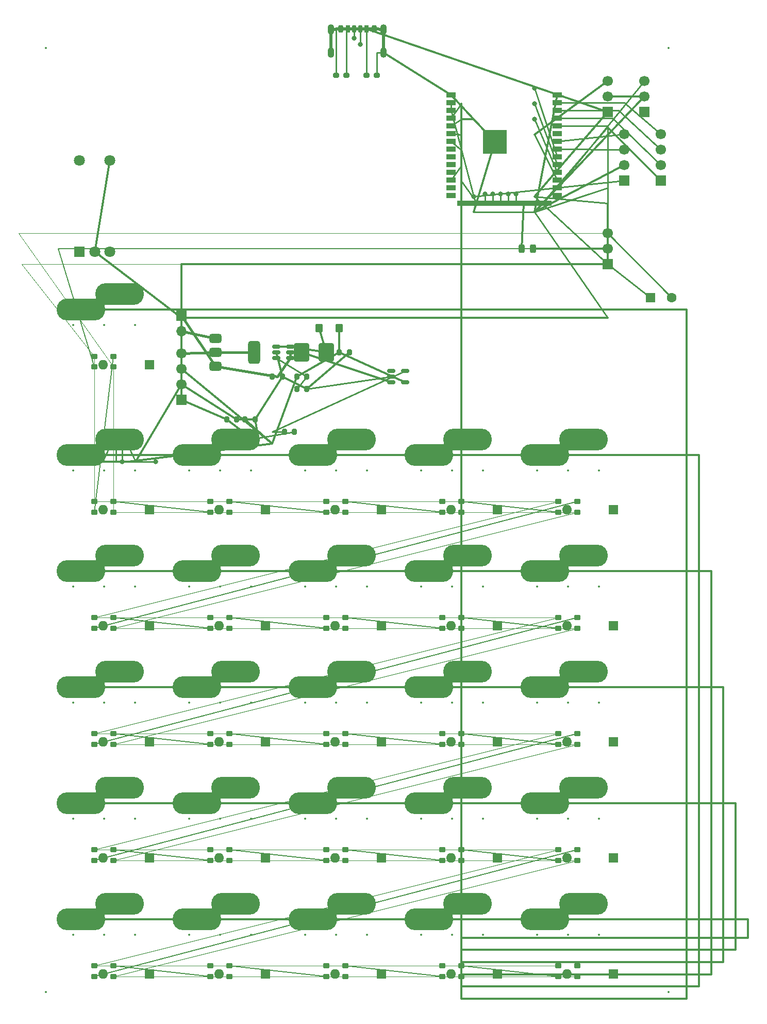
<source format=gbr>
%TF.GenerationSoftware,KiCad,Pcbnew,9.0.7*%
%TF.CreationDate,2026-03-01T07:38:40-05:00*%
%TF.ProjectId,Macropad,4d616372-6f70-4616-942e-6b696361645f,rev?*%
%TF.SameCoordinates,Original*%
%TF.FileFunction,Copper,L1,Top*%
%TF.FilePolarity,Positive*%
%FSLAX46Y46*%
G04 Gerber Fmt 4.6, Leading zero omitted, Abs format (unit mm)*
G04 Created by KiCad (PCBNEW 9.0.7) date 2026-03-01 07:38:40*
%MOMM*%
%LPD*%
G01*
G04 APERTURE LIST*
G04 Aperture macros list*
%AMRoundRect*
0 Rectangle with rounded corners*
0 $1 Rounding radius*
0 $2 $3 $4 $5 $6 $7 $8 $9 X,Y pos of 4 corners*
0 Add a 4 corners polygon primitive as box body*
4,1,4,$2,$3,$4,$5,$6,$7,$8,$9,$2,$3,0*
0 Add four circle primitives for the rounded corners*
1,1,$1+$1,$2,$3*
1,1,$1+$1,$4,$5*
1,1,$1+$1,$6,$7*
1,1,$1+$1,$8,$9*
0 Add four rect primitives between the rounded corners*
20,1,$1+$1,$2,$3,$4,$5,0*
20,1,$1+$1,$4,$5,$6,$7,0*
20,1,$1+$1,$6,$7,$8,$9,0*
20,1,$1+$1,$8,$9,$2,$3,0*%
G04 Aperture macros list end*
%TA.AperFunction,SMDPad,CuDef*%
%ADD10RoundRect,0.160000X-0.390000X-0.240000X0.390000X-0.240000X0.390000X0.240000X-0.390000X0.240000X0*%
%TD*%
%TA.AperFunction,ComponentPad*%
%ADD11R,1.700000X1.700000*%
%TD*%
%TA.AperFunction,ComponentPad*%
%ADD12C,1.700000*%
%TD*%
%TA.AperFunction,ComponentPad*%
%ADD13O,8.000000X3.600000*%
%TD*%
%TA.AperFunction,ComponentPad*%
%ADD14R,1.600000X1.600000*%
%TD*%
%TA.AperFunction,ComponentPad*%
%ADD15C,1.600000*%
%TD*%
%TA.AperFunction,SMDPad,CuDef*%
%ADD16RoundRect,0.200000X-0.200000X-0.275000X0.200000X-0.275000X0.200000X0.275000X-0.200000X0.275000X0*%
%TD*%
%TA.AperFunction,SMDPad,CuDef*%
%ADD17RoundRect,0.150000X-0.512500X-0.150000X0.512500X-0.150000X0.512500X0.150000X-0.512500X0.150000X0*%
%TD*%
%TA.AperFunction,ComponentPad*%
%ADD18O,1.700000X1.700000*%
%TD*%
%TA.AperFunction,SMDPad,CuDef*%
%ADD19RoundRect,0.250000X-1.000000X-1.250000X1.000000X-1.250000X1.000000X1.250000X-1.000000X1.250000X0*%
%TD*%
%TA.AperFunction,SMDPad,CuDef*%
%ADD20RoundRect,0.243750X-0.243750X-0.456250X0.243750X-0.456250X0.243750X0.456250X-0.243750X0.456250X0*%
%TD*%
%TA.AperFunction,SMDPad,CuDef*%
%ADD21RoundRect,0.200000X0.275000X-0.200000X0.275000X0.200000X-0.275000X0.200000X-0.275000X-0.200000X0*%
%TD*%
%TA.AperFunction,SMDPad,CuDef*%
%ADD22RoundRect,0.175000X-0.175000X-0.425000X0.175000X-0.425000X0.175000X0.425000X-0.175000X0.425000X0*%
%TD*%
%TA.AperFunction,SMDPad,CuDef*%
%ADD23RoundRect,0.190000X0.190000X0.410000X-0.190000X0.410000X-0.190000X-0.410000X0.190000X-0.410000X0*%
%TD*%
%TA.AperFunction,SMDPad,CuDef*%
%ADD24RoundRect,0.200000X0.200000X0.400000X-0.200000X0.400000X-0.200000X-0.400000X0.200000X-0.400000X0*%
%TD*%
%TA.AperFunction,SMDPad,CuDef*%
%ADD25RoundRect,0.175000X0.175000X0.425000X-0.175000X0.425000X-0.175000X-0.425000X0.175000X-0.425000X0*%
%TD*%
%TA.AperFunction,SMDPad,CuDef*%
%ADD26RoundRect,0.190000X-0.190000X-0.410000X0.190000X-0.410000X0.190000X0.410000X-0.190000X0.410000X0*%
%TD*%
%TA.AperFunction,SMDPad,CuDef*%
%ADD27RoundRect,0.200000X-0.200000X-0.400000X0.200000X-0.400000X0.200000X0.400000X-0.200000X0.400000X0*%
%TD*%
%TA.AperFunction,ComponentPad*%
%ADD28O,1.100000X1.700000*%
%TD*%
%TA.AperFunction,SMDPad,CuDef*%
%ADD29RoundRect,0.240000X-0.360000X-0.460000X0.360000X-0.460000X0.360000X0.460000X-0.360000X0.460000X0*%
%TD*%
%TA.AperFunction,SMDPad,CuDef*%
%ADD30RoundRect,0.375000X-0.625000X-0.375000X0.625000X-0.375000X0.625000X0.375000X-0.625000X0.375000X0*%
%TD*%
%TA.AperFunction,SMDPad,CuDef*%
%ADD31RoundRect,0.500000X-0.500000X-1.400000X0.500000X-1.400000X0.500000X1.400000X-0.500000X1.400000X0*%
%TD*%
%TA.AperFunction,ComponentPad*%
%ADD32R,1.800000X1.800000*%
%TD*%
%TA.AperFunction,ComponentPad*%
%ADD33C,1.800000*%
%TD*%
%TA.AperFunction,SMDPad,CuDef*%
%ADD34R,1.500000X0.900000*%
%TD*%
%TA.AperFunction,SMDPad,CuDef*%
%ADD35R,3.900000X3.900000*%
%TD*%
%TA.AperFunction,ComponentPad*%
%ADD36O,1.600000X1.600000*%
%TD*%
%TA.AperFunction,ViaPad*%
%ADD37C,0.800000*%
%TD*%
%TA.AperFunction,Conductor*%
%ADD38C,0.300000*%
%TD*%
%TA.AperFunction,Conductor*%
%ADD39C,0.250000*%
%TD*%
%TA.AperFunction,Conductor*%
%ADD40C,0.180000*%
%TD*%
%TA.AperFunction,Conductor*%
%ADD41C,0.400000*%
%TD*%
%TA.AperFunction,Conductor*%
%ADD42C,0.120000*%
%TD*%
%TA.AperFunction,Conductor*%
%ADD43C,0.500000*%
%TD*%
%ADD44C,0.350000*%
%ADD45O,0.600000X1.200000*%
G04 APERTURE END LIST*
D10*
%TO.P,RGB1,1*%
%TO.N,5V*%
X7975000Y-14675000D03*
%TO.P,RGB1,2*%
%TO.N,RGB1_DOUT*%
X11075000Y-14675000D03*
%TO.P,RGB1,3*%
%TO.N,GND*%
X11075000Y-16375000D03*
%TO.P,RGB1,4*%
%TO.N,LED_DIN*%
X7975000Y-16375000D03*
%TD*%
D11*
%TO.P,J202,1*%
%TO.N,5V*%
X92250000Y25460000D03*
D12*
%TO.P,J202,2*%
%TO.N,GND*%
X92250000Y28000000D03*
%TO.P,J202,3*%
%TO.N,IR_TX*%
X92250000Y30540000D03*
%TD*%
D13*
%TO.P,SW26,1*%
%TO.N,ROW5*%
X81915000Y-106998000D03*
%TO.P,SW26,2*%
%TO.N,K26*%
X88265000Y-104458000D03*
%TD*%
%TO.P,SW14,1*%
%TO.N,ROW3*%
X43815000Y-68898000D03*
%TO.P,SW14,2*%
%TO.N,K14*%
X50165000Y-66358000D03*
%TD*%
D14*
%TO.P,C401,1*%
%TO.N,5V*%
X99250000Y-5000000D03*
D15*
%TO.P,C401,2*%
%TO.N,GND*%
X102750000Y-5000000D03*
%TD*%
D10*
%TO.P,RGB2,1*%
%TO.N,5V*%
X7975000Y-38487000D03*
%TO.P,RGB2,2*%
%TO.N,RGB2_DOUT*%
X11075000Y-38487000D03*
%TO.P,RGB2,3*%
%TO.N,GND*%
X11075000Y-40187000D03*
%TO.P,RGB2,4*%
%TO.N,RGB1_DOUT*%
X7975000Y-40187000D03*
%TD*%
%TO.P,RGB26,1*%
%TO.N,5V*%
X84175000Y-114688000D03*
%TO.P,RGB26,2*%
%TO.N,RGB26_DOUT*%
X87275000Y-114688000D03*
%TO.P,RGB26,3*%
%TO.N,GND*%
X87275000Y-116388000D03*
%TO.P,RGB26,4*%
%TO.N,RGB25_DOUT*%
X84175000Y-116388000D03*
%TD*%
%TO.P,RGB7,1*%
%TO.N,5V*%
X7975000Y-57538000D03*
%TO.P,RGB7,2*%
%TO.N,RGB7_DOUT*%
X11075000Y-57538000D03*
%TO.P,RGB7,3*%
%TO.N,GND*%
X11075000Y-59238000D03*
%TO.P,RGB7,4*%
%TO.N,RGB6_DOUT*%
X7975000Y-59238000D03*
%TD*%
%TO.P,RGB22,1*%
%TO.N,5V*%
X7975000Y-114688000D03*
%TO.P,RGB22,2*%
%TO.N,RGB22_DOUT*%
X11075000Y-114688000D03*
%TO.P,RGB22,3*%
%TO.N,GND*%
X11075000Y-116388000D03*
%TO.P,RGB22,4*%
%TO.N,RGB21_DOUT*%
X7975000Y-116388000D03*
%TD*%
D16*
%TO.P,C402,1*%
%TO.N,5V*%
X32675000Y-25000000D03*
%TO.P,C402,2*%
%TO.N,GND*%
X34325000Y-25000000D03*
%TD*%
D13*
%TO.P,SW10,1*%
%TO.N,ROW2*%
X62865000Y-49848000D03*
%TO.P,SW10,2*%
%TO.N,K10*%
X69215000Y-47308000D03*
%TD*%
%TO.P,SW23,1*%
%TO.N,ROW5*%
X24765000Y-106998000D03*
%TO.P,SW23,2*%
%TO.N,K23*%
X31115000Y-104458000D03*
%TD*%
D10*
%TO.P,RGB21,1*%
%TO.N,5V*%
X84175000Y-95637000D03*
%TO.P,RGB21,2*%
%TO.N,RGB21_DOUT*%
X87275000Y-95637000D03*
%TO.P,RGB21,3*%
%TO.N,GND*%
X87275000Y-97337000D03*
%TO.P,RGB21,4*%
%TO.N,RGB20_DOUT*%
X84175000Y-97337000D03*
%TD*%
%TO.P,RGB15,1*%
%TO.N,5V*%
X65125000Y-76588000D03*
%TO.P,RGB15,2*%
%TO.N,RGB15_DOUT*%
X68225000Y-76588000D03*
%TO.P,RGB15,3*%
%TO.N,GND*%
X68225000Y-78288000D03*
%TO.P,RGB15,4*%
%TO.N,RGB14_DOUT*%
X65125000Y-78288000D03*
%TD*%
D17*
%TO.P,U403,1*%
%TO.N,N/C*%
X56725000Y-17000000D03*
%TO.P,U403,2*%
%TO.N,GND*%
X56725000Y-17950000D03*
%TO.P,U403,3*%
%TO.N,BAT+*%
X56725000Y-18900000D03*
%TO.P,U403,4*%
%TO.N,5V*%
X59000000Y-18900000D03*
%TO.P,U403,5*%
%TO.N,CHG_PROG*%
X59000000Y-17000000D03*
%TD*%
D13*
%TO.P,SW21,1*%
%TO.N,ROW4*%
X81915000Y-87947000D03*
%TO.P,SW21,2*%
%TO.N,K21*%
X88265000Y-85407000D03*
%TD*%
D11*
%TO.P,J303,1*%
%TO.N,LCD_CS*%
X101000000Y14190000D03*
D12*
%TO.P,J303,2*%
%TO.N,LCD_DC*%
X101000000Y16730000D03*
%TO.P,J303,3*%
%TO.N,LCD_RST*%
X101000000Y19270000D03*
%TO.P,J303,4*%
%TO.N,LCD_BL*%
X101000000Y21810000D03*
%TD*%
D16*
%TO.P,C404,1*%
%TO.N,BAT+*%
X37175000Y-18000000D03*
%TO.P,C404,2*%
%TO.N,GND*%
X38825000Y-18000000D03*
%TD*%
D13*
%TO.P,SW16,1*%
%TO.N,ROW3*%
X81915000Y-68898000D03*
%TO.P,SW16,2*%
%TO.N,K16*%
X88265000Y-66358000D03*
%TD*%
D10*
%TO.P,RGB23,1*%
%TO.N,5V*%
X27025000Y-114688000D03*
%TO.P,RGB23,2*%
%TO.N,RGB23_DOUT*%
X30125000Y-114688000D03*
%TO.P,RGB23,3*%
%TO.N,GND*%
X30125000Y-116388000D03*
%TO.P,RGB23,4*%
%TO.N,RGB22_DOUT*%
X27025000Y-116388000D03*
%TD*%
D11*
%TO.P,J301,1*%
%TO.N,5V*%
X92250000Y460000D03*
D12*
%TO.P,J301,2*%
%TO.N,LED_DIN*%
X92250000Y3000000D03*
%TO.P,J301,3*%
%TO.N,GND*%
X92250000Y5540000D03*
%TD*%
D10*
%TO.P,RGB16,1*%
%TO.N,5V*%
X84175000Y-76588000D03*
%TO.P,RGB16,2*%
%TO.N,RGB16_DOUT*%
X87275000Y-76588000D03*
%TO.P,RGB16,3*%
%TO.N,GND*%
X87275000Y-78288000D03*
%TO.P,RGB16,4*%
%TO.N,RGB15_DOUT*%
X84175000Y-78288000D03*
%TD*%
D16*
%TO.P,R404,1*%
%TO.N,CHG_PROG*%
X39175000Y-27050000D03*
%TO.P,R404,2*%
%TO.N,GND*%
X40825000Y-27050000D03*
%TD*%
D10*
%TO.P,RGB8,1*%
%TO.N,5V*%
X27025000Y-57538000D03*
%TO.P,RGB8,2*%
%TO.N,RGB8_DOUT*%
X30125000Y-57538000D03*
%TO.P,RGB8,3*%
%TO.N,GND*%
X30125000Y-59238000D03*
%TO.P,RGB8,4*%
%TO.N,RGB7_DOUT*%
X27025000Y-59238000D03*
%TD*%
D17*
%TO.P,U404,1*%
%TO.N,BOOST_SW*%
X37862500Y-13050000D03*
%TO.P,U404,2*%
%TO.N,GND*%
X37862500Y-14000000D03*
%TO.P,U404,3*%
%TO.N,BOOST_FB*%
X37862500Y-14950000D03*
%TO.P,U404,4*%
%TO.N,BAT+*%
X40137500Y-14950000D03*
%TO.P,U404,5*%
X40137500Y-14000000D03*
%TO.P,U404,6*%
%TO.N,BOOST_SW*%
X40137500Y-13050000D03*
%TD*%
D13*
%TO.P,SW11,1*%
%TO.N,ROW2*%
X81915000Y-49848000D03*
%TO.P,SW11,2*%
%TO.N,K11*%
X88265000Y-47308000D03*
%TD*%
D11*
%TO.P,J400,1*%
%TO.N,BAT+*%
X22250000Y-8000000D03*
D18*
%TO.P,J400,2*%
%TO.N,GND*%
X22250000Y-10540000D03*
%TD*%
D10*
%TO.P,RGB14,1*%
%TO.N,5V*%
X46075000Y-76588000D03*
%TO.P,RGB14,2*%
%TO.N,RGB14_DOUT*%
X49175000Y-76588000D03*
%TO.P,RGB14,3*%
%TO.N,GND*%
X49175000Y-78288000D03*
%TO.P,RGB14,4*%
%TO.N,RGB13_DOUT*%
X46075000Y-78288000D03*
%TD*%
D16*
%TO.P,C405,1*%
%TO.N,5V*%
X48175000Y-14000000D03*
%TO.P,C405,2*%
%TO.N,GND*%
X49825000Y-14000000D03*
%TD*%
D13*
%TO.P,SW5,1*%
%TO.N,ROW1*%
X62865000Y-30797000D03*
%TO.P,SW5,2*%
%TO.N,K5*%
X69215000Y-28257000D03*
%TD*%
%TO.P,SW24,1*%
%TO.N,ROW5*%
X43815000Y-106998000D03*
%TO.P,SW24,2*%
%TO.N,K24*%
X50165000Y-104458000D03*
%TD*%
D19*
%TO.P,L401,1*%
%TO.N,BAT+*%
X42000000Y-14000000D03*
%TO.P,L401,2*%
%TO.N,BOOST_SW*%
X46000000Y-14000000D03*
%TD*%
D10*
%TO.P,RGB9,1*%
%TO.N,5V*%
X46075000Y-57538000D03*
%TO.P,RGB9,2*%
%TO.N,RGB9_DOUT*%
X49175000Y-57538000D03*
%TO.P,RGB9,3*%
%TO.N,GND*%
X49175000Y-59238000D03*
%TO.P,RGB9,4*%
%TO.N,RGB8_DOUT*%
X46075000Y-59238000D03*
%TD*%
D20*
%TO.P,R401,1*%
%TO.N,RGB_DATA*%
X78122500Y3000000D03*
%TO.P,R401,2*%
%TO.N,LED_DIN*%
X79997500Y3000000D03*
%TD*%
D10*
%TO.P,RGB18,1*%
%TO.N,5V*%
X27025000Y-95637000D03*
%TO.P,RGB18,2*%
%TO.N,RGB18_DOUT*%
X30125000Y-95637000D03*
%TO.P,RGB18,3*%
%TO.N,GND*%
X30125000Y-97337000D03*
%TO.P,RGB18,4*%
%TO.N,RGB17_DOUT*%
X27025000Y-97337000D03*
%TD*%
%TO.P,RGB6,1*%
%TO.N,5V*%
X84175000Y-38487000D03*
%TO.P,RGB6,2*%
%TO.N,RGB6_DOUT*%
X87275000Y-38487000D03*
%TO.P,RGB6,3*%
%TO.N,GND*%
X87275000Y-40187000D03*
%TO.P,RGB6,4*%
%TO.N,RGB5_DOUT*%
X84175000Y-40187000D03*
%TD*%
D21*
%TO.P,R403,1*%
%TO.N,USB_CC2*%
X52675000Y31500000D03*
%TO.P,R403,2*%
%TO.N,GND*%
X54325000Y31500000D03*
%TD*%
D16*
%TO.P,C403,1*%
%TO.N,BAT+*%
X29675000Y-25000000D03*
%TO.P,C403,2*%
%TO.N,GND*%
X31325000Y-25000000D03*
%TD*%
D10*
%TO.P,RGB13,1*%
%TO.N,5V*%
X27025000Y-76588000D03*
%TO.P,RGB13,2*%
%TO.N,RGB13_DOUT*%
X30125000Y-76588000D03*
%TO.P,RGB13,3*%
%TO.N,GND*%
X30125000Y-78288000D03*
%TO.P,RGB13,4*%
%TO.N,RGB12_DOUT*%
X27025000Y-78288000D03*
%TD*%
%TO.P,RGB11,1*%
%TO.N,5V*%
X84175000Y-57538000D03*
%TO.P,RGB11,2*%
%TO.N,RGB11_DOUT*%
X87275000Y-57538000D03*
%TO.P,RGB11,3*%
%TO.N,GND*%
X87275000Y-59238000D03*
%TO.P,RGB11,4*%
%TO.N,RGB10_DOUT*%
X84175000Y-59238000D03*
%TD*%
D13*
%TO.P,SW19,1*%
%TO.N,ROW4*%
X43815000Y-87947000D03*
%TO.P,SW19,2*%
%TO.N,K19*%
X50165000Y-85407000D03*
%TD*%
%TO.P,SW25,1*%
%TO.N,ROW5*%
X62865000Y-106998000D03*
%TO.P,SW25,2*%
%TO.N,K25*%
X69215000Y-104458000D03*
%TD*%
%TO.P,SW7,1*%
%TO.N,ROW2*%
X5715000Y-49848000D03*
%TO.P,SW7,2*%
%TO.N,K7*%
X12065000Y-47308000D03*
%TD*%
D10*
%TO.P,RGB25,1*%
%TO.N,5V*%
X65125000Y-114688000D03*
%TO.P,RGB25,2*%
%TO.N,RGB25_DOUT*%
X68225000Y-114688000D03*
%TO.P,RGB25,3*%
%TO.N,GND*%
X68225000Y-116388000D03*
%TO.P,RGB25,4*%
%TO.N,RGB24_DOUT*%
X65125000Y-116388000D03*
%TD*%
D16*
%TO.P,R406,1*%
%TO.N,BOOST_FB*%
X41175000Y-20000000D03*
%TO.P,R406,2*%
%TO.N,GND*%
X42825000Y-20000000D03*
%TD*%
D13*
%TO.P,SW22,1*%
%TO.N,ROW5*%
X5715000Y-106998000D03*
%TO.P,SW22,2*%
%TO.N,K22*%
X12065000Y-104458000D03*
%TD*%
%TO.P,SW1,1*%
%TO.N,ROW0*%
X5715000Y-6985000D03*
%TO.P,SW1,2*%
%TO.N,K1*%
X12065000Y-4445000D03*
%TD*%
%TO.P,SW15,1*%
%TO.N,ROW3*%
X62865000Y-68898000D03*
%TO.P,SW15,2*%
%TO.N,K15*%
X69215000Y-66358000D03*
%TD*%
D22*
%TO.P,J402,A5*%
%TO.N,USB_CC1*%
X50625000Y39080000D03*
D23*
%TO.P,J402,A9*%
%TO.N,5V*%
X52645000Y39080000D03*
D24*
%TO.P,J402,A12*%
%TO.N,GND*%
X53875000Y39080000D03*
D25*
%TO.P,J402,B5*%
%TO.N,USB_CC2*%
X51625000Y39080000D03*
D26*
%TO.P,J402,B9*%
%TO.N,5V*%
X49605000Y39080000D03*
D27*
%TO.P,J402,B12*%
%TO.N,GND*%
X48375000Y39080000D03*
D28*
%TO.P,J402,S1*%
X46805000Y39000000D03*
X46805000Y35200000D03*
X55445000Y39000000D03*
X55445000Y35200000D03*
%TD*%
D11*
%TO.P,J302,1*%
%TO.N,3V3*%
X95000000Y14190000D03*
D12*
%TO.P,J302,2*%
%TO.N,GND*%
X95000000Y16730000D03*
%TO.P,J302,3*%
%TO.N,LCD_MOSI*%
X95000000Y19270000D03*
%TO.P,J302,4*%
%TO.N,LCD_SCLK*%
X95000000Y21810000D03*
%TD*%
D13*
%TO.P,SW3,1*%
%TO.N,ROW1*%
X24765000Y-30797000D03*
%TO.P,SW3,2*%
%TO.N,K3*%
X31115000Y-28257000D03*
%TD*%
%TO.P,SW17,1*%
%TO.N,ROW4*%
X5715000Y-87947000D03*
%TO.P,SW17,2*%
%TO.N,K17*%
X12065000Y-85407000D03*
%TD*%
D10*
%TO.P,RGB3,1*%
%TO.N,5V*%
X27025000Y-38487000D03*
%TO.P,RGB3,2*%
%TO.N,RGB3_DOUT*%
X30125000Y-38487000D03*
%TO.P,RGB3,3*%
%TO.N,GND*%
X30125000Y-40187000D03*
%TO.P,RGB3,4*%
%TO.N,RGB2_DOUT*%
X27025000Y-40187000D03*
%TD*%
%TO.P,RGB4,1*%
%TO.N,5V*%
X46075000Y-38487000D03*
%TO.P,RGB4,2*%
%TO.N,RGB4_DOUT*%
X49175000Y-38487000D03*
%TO.P,RGB4,3*%
%TO.N,GND*%
X49175000Y-40187000D03*
%TO.P,RGB4,4*%
%TO.N,RGB3_DOUT*%
X46075000Y-40187000D03*
%TD*%
%TO.P,RGB5,1*%
%TO.N,5V*%
X65125000Y-38487000D03*
%TO.P,RGB5,2*%
%TO.N,RGB5_DOUT*%
X68225000Y-38487000D03*
%TO.P,RGB5,3*%
%TO.N,GND*%
X68225000Y-40187000D03*
%TO.P,RGB5,4*%
%TO.N,RGB4_DOUT*%
X65125000Y-40187000D03*
%TD*%
D11*
%TO.P,J201,1*%
%TO.N,3V3*%
X98250000Y25460000D03*
D12*
%TO.P,J201,2*%
%TO.N,GND*%
X98250000Y28000000D03*
%TO.P,J201,3*%
%TO.N,IR_RX*%
X98250000Y30540000D03*
%TD*%
D13*
%TO.P,SW18,1*%
%TO.N,ROW4*%
X24765000Y-87947000D03*
%TO.P,SW18,2*%
%TO.N,K18*%
X31115000Y-85407000D03*
%TD*%
D29*
%TO.P,D401,1*%
%TO.N,BOOST_SW*%
X44850000Y-10000000D03*
%TO.P,D401,2*%
%TO.N,5V*%
X48150000Y-10000000D03*
%TD*%
D30*
%TO.P,U402,1*%
%TO.N,GND*%
X27850000Y-11700000D03*
%TO.P,U402,2*%
%TO.N,3V3*%
X27850000Y-14000000D03*
D31*
X34150000Y-14000000D03*
D30*
%TO.P,U402,3*%
%TO.N,BAT+*%
X27850000Y-16300000D03*
%TD*%
D13*
%TO.P,SW9,1*%
%TO.N,ROW2*%
X43815000Y-49848000D03*
%TO.P,SW9,2*%
%TO.N,K9*%
X50165000Y-47308000D03*
%TD*%
%TO.P,SW8,1*%
%TO.N,ROW2*%
X24765000Y-49848000D03*
%TO.P,SW8,2*%
%TO.N,K8*%
X31115000Y-47308000D03*
%TD*%
D16*
%TO.P,R405,1*%
%TO.N,5V*%
X41175000Y-18000000D03*
%TO.P,R405,2*%
%TO.N,BOOST_FB*%
X42825000Y-18000000D03*
%TD*%
D13*
%TO.P,SW13,1*%
%TO.N,ROW3*%
X24765000Y-68898000D03*
%TO.P,SW13,2*%
%TO.N,K13*%
X31115000Y-66358000D03*
%TD*%
%TO.P,SW6,1*%
%TO.N,ROW1*%
X81915000Y-30797000D03*
%TO.P,SW6,2*%
%TO.N,K6*%
X88265000Y-28257000D03*
%TD*%
D10*
%TO.P,RGB17,1*%
%TO.N,5V*%
X7975000Y-95637000D03*
%TO.P,RGB17,2*%
%TO.N,RGB17_DOUT*%
X11075000Y-95637000D03*
%TO.P,RGB17,3*%
%TO.N,GND*%
X11075000Y-97337000D03*
%TO.P,RGB17,4*%
%TO.N,RGB16_DOUT*%
X7975000Y-97337000D03*
%TD*%
%TO.P,RGB24,1*%
%TO.N,5V*%
X46075000Y-114688000D03*
%TO.P,RGB24,2*%
%TO.N,RGB24_DOUT*%
X49175000Y-114688000D03*
%TO.P,RGB24,3*%
%TO.N,GND*%
X49175000Y-116388000D03*
%TO.P,RGB24,4*%
%TO.N,RGB23_DOUT*%
X46075000Y-116388000D03*
%TD*%
D11*
%TO.P,J401,1*%
%TO.N,BAT+*%
X22250000Y-21810000D03*
D12*
%TO.P,J401,2*%
%TO.N,GND*%
X22250000Y-19270000D03*
%TO.P,J401,3*%
%TO.N,5V*%
X22250000Y-16730000D03*
%TO.P,J401,4*%
%TO.N,3V3*%
X22250000Y-14190000D03*
%TD*%
D10*
%TO.P,RGB12,1*%
%TO.N,5V*%
X7975000Y-76588000D03*
%TO.P,RGB12,2*%
%TO.N,RGB12_DOUT*%
X11075000Y-76588000D03*
%TO.P,RGB12,3*%
%TO.N,GND*%
X11075000Y-78288000D03*
%TO.P,RGB12,4*%
%TO.N,RGB11_DOUT*%
X7975000Y-78288000D03*
%TD*%
%TO.P,RGB10,1*%
%TO.N,5V*%
X65125000Y-57538000D03*
%TO.P,RGB10,2*%
%TO.N,RGB10_DOUT*%
X68225000Y-57538000D03*
%TO.P,RGB10,3*%
%TO.N,GND*%
X68225000Y-59238000D03*
%TO.P,RGB10,4*%
%TO.N,RGB9_DOUT*%
X65125000Y-59238000D03*
%TD*%
%TO.P,RGB19,1*%
%TO.N,5V*%
X46075000Y-95637000D03*
%TO.P,RGB19,2*%
%TO.N,RGB19_DOUT*%
X49175000Y-95637000D03*
%TO.P,RGB19,3*%
%TO.N,GND*%
X49175000Y-97337000D03*
%TO.P,RGB19,4*%
%TO.N,RGB18_DOUT*%
X46075000Y-97337000D03*
%TD*%
D13*
%TO.P,SW4,1*%
%TO.N,ROW1*%
X43815000Y-30797000D03*
%TO.P,SW4,2*%
%TO.N,K4*%
X50165000Y-28257000D03*
%TD*%
%TO.P,SW12,1*%
%TO.N,ROW3*%
X5715000Y-68898000D03*
%TO.P,SW12,2*%
%TO.N,K12*%
X12065000Y-66358000D03*
%TD*%
D10*
%TO.P,RGB20,1*%
%TO.N,5V*%
X65125000Y-95637000D03*
%TO.P,RGB20,2*%
%TO.N,RGB20_DOUT*%
X68225000Y-95637000D03*
%TO.P,RGB20,3*%
%TO.N,GND*%
X68225000Y-97337000D03*
%TO.P,RGB20,4*%
%TO.N,RGB19_DOUT*%
X65125000Y-97337000D03*
%TD*%
D32*
%TO.P,SW401,A*%
%TO.N,ENC_A*%
X5500000Y2500000D03*
D33*
%TO.P,SW401,B*%
%TO.N,ENC_B*%
X10500000Y2500000D03*
%TO.P,SW401,C*%
%TO.N,GND*%
X8000000Y2500000D03*
%TO.P,SW401,S1*%
%TO.N,ENC_SW*%
X5500000Y17500000D03*
%TO.P,SW401,S2*%
%TO.N,GND*%
X10500000Y17500000D03*
%TD*%
D13*
%TO.P,SW20,1*%
%TO.N,ROW4*%
X62865000Y-87947000D03*
%TO.P,SW20,2*%
%TO.N,K20*%
X69215000Y-85407000D03*
%TD*%
D34*
%TO.P,U901,1*%
%TO.N,GND*%
X66500000Y28260000D03*
%TO.P,U901,2*%
%TO.N,3V3*%
X66500000Y26990000D03*
%TO.P,U901,3*%
%TO.N,EN*%
X66500000Y25720000D03*
%TO.P,U901,4*%
%TO.N,ROW0*%
X66500000Y24450000D03*
%TO.P,U901,5*%
%TO.N,ROW1*%
X66500000Y23180000D03*
%TO.P,U901,6*%
%TO.N,ROW2*%
X66500000Y21910000D03*
%TO.P,U901,7*%
%TO.N,ROW3*%
X66500000Y20640000D03*
%TO.P,U901,8*%
%TO.N,N/C*%
X66500000Y19370000D03*
%TO.P,U901,9*%
X66500000Y18100000D03*
%TO.P,U901,10*%
X66500000Y16830000D03*
%TO.P,U901,11*%
X66500000Y15560000D03*
%TO.P,U901,12*%
%TO.N,ROW4*%
X66500000Y14290000D03*
%TO.P,U901,13*%
%TO.N,N/C*%
X66500000Y13020000D03*
%TO.P,U901,14*%
X66500000Y11750000D03*
%TO.P,U901,15*%
X68265000Y10500000D03*
%TO.P,U901,16*%
X69535000Y10500000D03*
%TO.P,U901,17*%
%TO.N,ROW5*%
X70805000Y10500000D03*
%TO.P,U901,18*%
%TO.N,COL0*%
X72075000Y10500000D03*
%TO.P,U901,19*%
%TO.N,COL1*%
X73345000Y10500000D03*
%TO.P,U901,20*%
%TO.N,COL2*%
X74615000Y10500000D03*
%TO.P,U901,21*%
%TO.N,COL3*%
X75885000Y10500000D03*
%TO.P,U901,22*%
%TO.N,COL4*%
X77155000Y10500000D03*
%TO.P,U901,23*%
%TO.N,RGB_DATA*%
X78425000Y10500000D03*
%TO.P,U901,24*%
%TO.N,N/C*%
X79695000Y10500000D03*
%TO.P,U901,25*%
X80965000Y10500000D03*
%TO.P,U901,26*%
X82235000Y10500000D03*
%TO.P,U901,27*%
X84000000Y11750000D03*
%TO.P,U901,28*%
%TO.N,IR_RX*%
X84000000Y13020000D03*
%TO.P,U901,29*%
%TO.N,IR_TX*%
X84000000Y14290000D03*
%TO.P,U901,30*%
%TO.N,ENC_A*%
X84000000Y15560000D03*
%TO.P,U901,31*%
%TO.N,ENC_B*%
X84000000Y16830000D03*
%TO.P,U901,32*%
%TO.N,ENC_SW*%
X84000000Y18100000D03*
%TO.P,U901,33*%
%TO.N,LCD_MOSI*%
X84000000Y19370000D03*
%TO.P,U901,34*%
%TO.N,LCD_SCLK*%
X84000000Y20640000D03*
%TO.P,U901,35*%
%TO.N,HALL_OUT*%
X84000000Y21910000D03*
%TO.P,U901,36*%
%TO.N,LCD_CS*%
X84000000Y23180000D03*
%TO.P,U901,37*%
%TO.N,LCD_DC*%
X84000000Y24450000D03*
%TO.P,U901,38*%
%TO.N,LCD_RST*%
X84000000Y25720000D03*
%TO.P,U901,39*%
%TO.N,LCD_BL*%
X84000000Y26990000D03*
%TO.P,U901,40*%
%TO.N,GND*%
X84000000Y28260000D03*
D35*
%TO.P,U901,41*%
X73750000Y20540000D03*
%TD*%
D21*
%TO.P,R402,1*%
%TO.N,USB_CC1*%
X47675000Y31500000D03*
%TO.P,R402,2*%
%TO.N,GND*%
X49325000Y31500000D03*
%TD*%
D13*
%TO.P,SW2,1*%
%TO.N,ROW1*%
X5715000Y-30797000D03*
%TO.P,SW2,2*%
%TO.N,K2*%
X12065000Y-28257000D03*
%TD*%
D14*
%TO.P,D13,1*%
%TO.N,K13*%
X36075000Y-77938000D03*
D36*
%TO.P,D13,2*%
%TO.N,COL1*%
X28455000Y-77938000D03*
%TD*%
D14*
%TO.P,D14,1*%
%TO.N,K14*%
X55125000Y-77938000D03*
D36*
%TO.P,D14,2*%
%TO.N,COL2*%
X47505000Y-77938000D03*
%TD*%
D14*
%TO.P,D16,1*%
%TO.N,K16*%
X93225000Y-77938000D03*
D36*
%TO.P,D16,2*%
%TO.N,COL4*%
X85605000Y-77938000D03*
%TD*%
D14*
%TO.P,D9,1*%
%TO.N,K9*%
X55125000Y-58888000D03*
D36*
%TO.P,D9,2*%
%TO.N,COL2*%
X47505000Y-58888000D03*
%TD*%
D14*
%TO.P,D1,1*%
%TO.N,K1*%
X17025000Y-16025000D03*
D36*
%TO.P,D1,2*%
%TO.N,COL0*%
X9405000Y-16025000D03*
%TD*%
D14*
%TO.P,D10,1*%
%TO.N,K10*%
X74175000Y-58888000D03*
D36*
%TO.P,D10,2*%
%TO.N,COL3*%
X66555000Y-58888000D03*
%TD*%
D14*
%TO.P,D5,1*%
%TO.N,K5*%
X74175000Y-39837000D03*
D36*
%TO.P,D5,2*%
%TO.N,COL3*%
X66555000Y-39837000D03*
%TD*%
D14*
%TO.P,D4,1*%
%TO.N,K4*%
X55125000Y-39837000D03*
D36*
%TO.P,D4,2*%
%TO.N,COL2*%
X47505000Y-39837000D03*
%TD*%
D14*
%TO.P,D6,1*%
%TO.N,K6*%
X93225000Y-39837000D03*
D36*
%TO.P,D6,2*%
%TO.N,COL4*%
X85605000Y-39837000D03*
%TD*%
D14*
%TO.P,D2,1*%
%TO.N,K2*%
X17025000Y-39837000D03*
D36*
%TO.P,D2,2*%
%TO.N,COL0*%
X9405000Y-39837000D03*
%TD*%
D14*
%TO.P,D23,1*%
%TO.N,K23*%
X36075000Y-116038000D03*
D36*
%TO.P,D23,2*%
%TO.N,COL1*%
X28455000Y-116038000D03*
%TD*%
D14*
%TO.P,D3,1*%
%TO.N,K3*%
X36075000Y-39837000D03*
D36*
%TO.P,D3,2*%
%TO.N,COL1*%
X28455000Y-39837000D03*
%TD*%
D14*
%TO.P,D19,1*%
%TO.N,K19*%
X55125000Y-96987000D03*
D36*
%TO.P,D19,2*%
%TO.N,COL2*%
X47505000Y-96987000D03*
%TD*%
D14*
%TO.P,D24,1*%
%TO.N,K24*%
X55125000Y-116038000D03*
D36*
%TO.P,D24,2*%
%TO.N,COL2*%
X47505000Y-116038000D03*
%TD*%
D14*
%TO.P,D15,1*%
%TO.N,K15*%
X74175000Y-77938000D03*
D36*
%TO.P,D15,2*%
%TO.N,COL3*%
X66555000Y-77938000D03*
%TD*%
D14*
%TO.P,D25,1*%
%TO.N,K25*%
X74175000Y-116038000D03*
D36*
%TO.P,D25,2*%
%TO.N,COL3*%
X66555000Y-116038000D03*
%TD*%
D14*
%TO.P,D18,1*%
%TO.N,K18*%
X36075000Y-96987000D03*
D36*
%TO.P,D18,2*%
%TO.N,COL1*%
X28455000Y-96987000D03*
%TD*%
D14*
%TO.P,D12,1*%
%TO.N,K12*%
X17025000Y-77938000D03*
D36*
%TO.P,D12,2*%
%TO.N,COL0*%
X9405000Y-77938000D03*
%TD*%
D14*
%TO.P,D8,1*%
%TO.N,K8*%
X36075000Y-58888000D03*
D36*
%TO.P,D8,2*%
%TO.N,COL1*%
X28455000Y-58888000D03*
%TD*%
D14*
%TO.P,D21,1*%
%TO.N,K21*%
X93225000Y-96987000D03*
D36*
%TO.P,D21,2*%
%TO.N,COL4*%
X85605000Y-96987000D03*
%TD*%
D14*
%TO.P,D26,1*%
%TO.N,K26*%
X93225000Y-116038000D03*
D36*
%TO.P,D26,2*%
%TO.N,COL4*%
X85605000Y-116038000D03*
%TD*%
D14*
%TO.P,D11,1*%
%TO.N,K11*%
X93225000Y-58888000D03*
D36*
%TO.P,D11,2*%
%TO.N,COL4*%
X85605000Y-58888000D03*
%TD*%
D14*
%TO.P,D7,1*%
%TO.N,K7*%
X17025000Y-58888000D03*
D36*
%TO.P,D7,2*%
%TO.N,COL0*%
X9405000Y-58888000D03*
%TD*%
D14*
%TO.P,D22,1*%
%TO.N,K22*%
X17025000Y-116038000D03*
D36*
%TO.P,D22,2*%
%TO.N,COL0*%
X9405000Y-116038000D03*
%TD*%
D14*
%TO.P,D17,1*%
%TO.N,K17*%
X17025000Y-96987000D03*
D36*
%TO.P,D17,2*%
%TO.N,COL0*%
X9405000Y-96987000D03*
%TD*%
D14*
%TO.P,D20,1*%
%TO.N,K20*%
X74175000Y-96987000D03*
D36*
%TO.P,D20,2*%
%TO.N,COL3*%
X66555000Y-96987000D03*
%TD*%
D37*
%TO.N,COL0*%
X72075000Y12000000D03*
%TO.N,COL1*%
X73345000Y12000000D03*
%TO.N,COL2*%
X74615000Y12000000D03*
%TO.N,COL3*%
X75885000Y12000000D03*
%TO.N,COL4*%
X77155000Y12000000D03*
%TO.N,ENC_A*%
X80250000Y24270000D03*
%TO.N,ENC_B*%
X80250000Y26810000D03*
%TO.N,ENC_SW*%
X80250000Y29350000D03*
%TO.N,3V3*%
X66500000Y26990000D03*
X70250000Y11570000D03*
%TO.N,GND*%
X66500000Y28260000D03*
%TO.N,USB_CC1*%
X18000000Y-31920000D03*
X50625000Y37580000D03*
%TO.N,USB_CC2*%
X12500000Y-31920000D03*
X51625000Y36580000D03*
%TO.N,EN*%
X66500000Y25720000D03*
%TD*%
D38*
%TO.N,ROW0*%
X105250000Y-6985000D02*
X105250000Y-120063000D01*
D39*
X66500000Y24450000D02*
X68250000Y26810000D01*
D38*
X105250000Y-120063000D02*
X68250000Y-120063000D01*
X68250000Y-120063000D02*
X68250000Y26810000D01*
X5715000Y-6985000D02*
X105250000Y-6985000D01*
%TO.N,ROW1*%
X5715000Y-30797000D02*
X24765000Y-30797000D01*
X81915000Y-30797000D02*
X107250000Y-30797000D01*
D39*
X66500000Y23180000D02*
X68250000Y24270000D01*
D38*
X24765000Y-30797000D02*
X43815000Y-30797000D01*
X68250000Y-118063000D02*
X68250000Y24270000D01*
X107250000Y-30797000D02*
X107250000Y-118063000D01*
X107250000Y-118063000D02*
X68250000Y-118063000D01*
X62865000Y-30797000D02*
X81915000Y-30797000D01*
X43815000Y-30797000D02*
X62865000Y-30797000D01*
X68250000Y24270000D02*
X70250000Y24270000D01*
%TO.N,ROW2*%
X62865000Y-49848000D02*
X81915000Y-49848000D01*
X109250000Y-116063000D02*
X68250000Y-116063000D01*
D39*
X66500000Y21910000D02*
X68250000Y21730000D01*
D38*
X81915000Y-49848000D02*
X109250000Y-49848000D01*
X68250000Y-116063000D02*
X68250000Y21730000D01*
X24765000Y-49848000D02*
X43815000Y-49848000D01*
X109250000Y-49848000D02*
X109250000Y-116063000D01*
X5715000Y-49848000D02*
X24765000Y-49848000D01*
X43815000Y-49848000D02*
X62865000Y-49848000D01*
D39*
%TO.N,ROW3*%
X66500000Y20640000D02*
X68250000Y19190000D01*
D38*
X111250000Y-114063000D02*
X68250000Y-114063000D01*
X62865000Y-68897000D02*
X81915000Y-68897000D01*
X5715000Y-68897000D02*
X24765000Y-68897000D01*
X81915000Y-68897000D02*
X111250000Y-68897000D01*
X43815000Y-68897000D02*
X62865000Y-68897000D01*
X68250000Y-114063000D02*
X68250000Y19190000D01*
X24765000Y-68897000D02*
X43815000Y-68897000D01*
X111250000Y-68897000D02*
X111250000Y-114063000D01*
%TO.N,ROW4*%
X113250000Y-112063000D02*
X68250000Y-112063000D01*
X24765000Y-87947000D02*
X43815000Y-87947000D01*
D39*
X66500000Y14290000D02*
X68250000Y16650000D01*
D38*
X113250000Y-87947000D02*
X113250000Y-112063000D01*
X81915000Y-87947000D02*
X113250000Y-87947000D01*
X62865000Y-87947000D02*
X81915000Y-87947000D01*
X68250000Y-112063000D02*
X68250000Y16650000D01*
X5715000Y-87947000D02*
X24765000Y-87947000D01*
X43815000Y-87947000D02*
X62865000Y-87947000D01*
%TO.N,ROW5*%
X115250000Y-110063000D02*
X68250000Y-110063000D01*
D39*
X70805000Y10500000D02*
X68250000Y14110000D01*
D38*
X68250000Y-110063000D02*
X68250000Y14110000D01*
X115250000Y-106998000D02*
X115250000Y-110063000D01*
X24765000Y-106998000D02*
X43815000Y-106998000D01*
X62865000Y-106998000D02*
X81915000Y-106998000D01*
X81915000Y-106998000D02*
X115250000Y-106998000D01*
X43815000Y-106998000D02*
X62865000Y-106998000D01*
X5715000Y-106998000D02*
X24765000Y-106998000D01*
D39*
%TO.N,COL0*%
X72075000Y10500000D02*
X72075000Y12000000D01*
%TO.N,COL1*%
X73345000Y10500000D02*
X73345000Y12000000D01*
%TO.N,COL2*%
X74615000Y10500000D02*
X74615000Y12000000D01*
%TO.N,COL3*%
X75885000Y10500000D02*
X75885000Y12000000D01*
%TO.N,COL4*%
X77155000Y10500000D02*
X77155000Y12000000D01*
D38*
%TO.N,RGB_DATA*%
X78425000Y10500000D02*
X78122500Y3000000D01*
D40*
%TO.N,LED_DIN*%
X2000000Y3000000D02*
X7975000Y-16375000D01*
X79998000Y3000000D02*
X2000000Y3000000D01*
D38*
X79997500Y3000000D02*
X92250000Y3000000D01*
D39*
%TO.N,IR_TX*%
X84000000Y14290000D02*
X80250000Y21730000D01*
D38*
X80250000Y21730000D02*
X92250000Y30540000D01*
D39*
%TO.N,IR_RX*%
X84000000Y13020000D02*
X98250000Y30540000D01*
%TO.N,LCD_MOSI*%
X84000000Y19370000D02*
X95000000Y19270000D01*
%TO.N,LCD_SCLK*%
X84000000Y20640000D02*
X95000000Y21810000D01*
%TO.N,ENC_A*%
X84000000Y15560000D02*
X80250000Y24270000D01*
%TO.N,ENC_B*%
X84000000Y16830000D02*
X80250000Y26810000D01*
%TO.N,ENC_SW*%
X84000000Y18100000D02*
X80250000Y29350000D01*
%TO.N,3V3*%
X66500000Y25720000D02*
X70250000Y11570000D01*
D41*
X27850000Y-14000000D02*
X22250000Y-14190000D01*
X27850000Y-14000000D02*
X34150000Y-14000000D01*
D39*
X66500000Y26990000D02*
X66500000Y25720000D01*
X70250000Y11570000D02*
X95000000Y14190000D01*
D42*
%TO.N,5V*%
X46075000Y-76588000D02*
X65125000Y-76588000D01*
X27025000Y-38487000D02*
X46075000Y-38487000D01*
X27025000Y-76588000D02*
X46075000Y-76588000D01*
D38*
X37137500Y-28950000D02*
X32675000Y-25000000D01*
D42*
X27025000Y-95637000D02*
X46075000Y-95637000D01*
D38*
X22250000Y-16730000D02*
X22250000Y460000D01*
D42*
X84175000Y-38487000D02*
X7975000Y-57538000D01*
D38*
X92250000Y25460000D02*
X80250000Y11570000D01*
X22250000Y460000D02*
X92250000Y460000D01*
D42*
X46075000Y-114688000D02*
X65125000Y-114688000D01*
X7975000Y-14675000D02*
X7975000Y-38487000D01*
X65125000Y-95637000D02*
X84175000Y-95637000D01*
X7975000Y-38487000D02*
X27025000Y-38487000D01*
X84175000Y-76588000D02*
X7975000Y-95637000D01*
X7975000Y-76588000D02*
X27025000Y-76588000D01*
D38*
X48150000Y-10000000D02*
X48175000Y-14000000D01*
D42*
X46075000Y-57538000D02*
X65125000Y-57538000D01*
X46075000Y-38487000D02*
X65125000Y-38487000D01*
D38*
X92250000Y460000D02*
X92250000Y10460000D01*
X52645000Y39080000D02*
X92250000Y25460000D01*
D42*
X65125000Y-76588000D02*
X84175000Y-76588000D01*
X65125000Y-114688000D02*
X84175000Y-114688000D01*
X7975000Y-95637000D02*
X27025000Y-95637000D01*
X-4000000Y460000D02*
X7975000Y-14675000D01*
X84175000Y-95637000D02*
X7975000Y-114688000D01*
D38*
X41175000Y-18000000D02*
X37137500Y-28950000D01*
D42*
X84175000Y-57538000D02*
X7975000Y-76588000D01*
X92250000Y460000D02*
X-4000000Y460000D01*
D38*
X48175000Y-14000000D02*
X41175000Y-18000000D01*
D43*
X52645000Y39080000D02*
X49605000Y39080000D01*
D39*
X92250000Y460000D02*
X99250000Y-5000000D01*
D42*
X65125000Y-57538000D02*
X84175000Y-57538000D01*
X7975000Y-57538000D02*
X27025000Y-57538000D01*
D38*
X13520000Y-31920000D02*
X37137500Y-28950000D01*
D42*
X27025000Y-114688000D02*
X46075000Y-114688000D01*
D39*
X80250000Y11570000D02*
X92250000Y460000D01*
D42*
X7975000Y-114688000D02*
X27025000Y-114688000D01*
X65125000Y-38487000D02*
X84175000Y-38487000D01*
D39*
X80250000Y11570000D02*
X92250000Y10460000D01*
D42*
X46075000Y-95637000D02*
X65125000Y-95637000D01*
D38*
X37137500Y-28950000D02*
X22250000Y-16730000D01*
D42*
X27025000Y-57538000D02*
X46075000Y-57538000D01*
%TO.N,GND*%
X30125000Y-78288000D02*
X49175000Y-78288000D01*
D38*
X34862500Y-28000000D02*
X34325000Y-25000000D01*
D43*
X55445000Y39000000D02*
X53875000Y39080000D01*
D39*
X80250000Y9030000D02*
X92250000Y23000000D01*
X70250000Y9030000D02*
X80250000Y9030000D01*
D38*
X66500000Y28260000D02*
X55445000Y35200000D01*
D43*
X48375000Y39080000D02*
X46805000Y39000000D01*
D42*
X87275000Y-40187000D02*
X11075000Y-59238000D01*
X87275000Y-97337000D02*
X11075000Y-116388000D01*
D43*
X55445000Y35200000D02*
X55445000Y39000000D01*
D38*
X84000000Y28260000D02*
X80250000Y9030000D01*
X98250000Y28000000D02*
X92250000Y28000000D01*
D42*
X68225000Y-59238000D02*
X87275000Y-59238000D01*
D38*
X38825000Y-18000000D02*
X42825000Y-20000000D01*
X10500000Y17500000D02*
X8000000Y2500000D01*
D39*
X92250000Y5540000D02*
X102750000Y-5000000D01*
D38*
X98250000Y28000000D02*
X80250000Y9030000D01*
D42*
X11075000Y-59238000D02*
X30125000Y-59238000D01*
X68225000Y-97337000D02*
X87275000Y-97337000D01*
D38*
X34325000Y-25000000D02*
X31325000Y-25000000D01*
D42*
X11075000Y-97337000D02*
X30125000Y-97337000D01*
X-4500000Y5540000D02*
X11075000Y-16375000D01*
X11075000Y-116388000D02*
X30125000Y-116388000D01*
D38*
X8000000Y2500000D02*
X22250000Y-8270000D01*
D42*
X30125000Y-59238000D02*
X49175000Y-59238000D01*
X87275000Y-59238000D02*
X11075000Y-78288000D01*
D39*
X11500000Y-27175000D02*
X9250000Y-31920000D01*
D38*
X14750000Y-31920000D02*
X22250000Y-19270000D01*
D42*
X49175000Y-78288000D02*
X68225000Y-78288000D01*
X68225000Y-116388000D02*
X87275000Y-116388000D01*
X30125000Y-116388000D02*
X49175000Y-116388000D01*
D39*
X12500000Y-27175000D02*
X14750000Y-31920000D01*
D38*
X22250000Y-8270000D02*
X92250000Y-8270000D01*
X22250000Y-19270000D02*
X22250000Y-8270000D01*
X22250000Y-10540000D02*
X22250000Y-19270000D01*
D42*
X49175000Y-59238000D02*
X68225000Y-59238000D01*
D39*
X40825000Y-27050000D02*
X34862500Y-28000000D01*
D41*
X27850000Y-11700000D02*
X22250000Y-10540000D01*
D42*
X68225000Y-40187000D02*
X87275000Y-40187000D01*
X30125000Y-40187000D02*
X49175000Y-40187000D01*
X49175000Y-40187000D02*
X68225000Y-40187000D01*
D38*
X42825000Y-20000000D02*
X49825000Y-14000000D01*
D42*
X49175000Y-116388000D02*
X68225000Y-116388000D01*
X11075000Y-16375000D02*
X11075000Y-40187000D01*
D38*
X73750000Y20540000D02*
X70250000Y9030000D01*
D43*
X46805000Y39000000D02*
X46805000Y35200000D01*
D42*
X87275000Y-78288000D02*
X11075000Y-97337000D01*
D38*
X38825000Y-18000000D02*
X37862500Y-14000000D01*
X9250000Y-31920000D02*
X14750000Y-31920000D01*
D42*
X11075000Y-40187000D02*
X30125000Y-40187000D01*
D39*
X92250000Y23000000D02*
X92250000Y5540000D01*
D43*
X53875000Y39080000D02*
X48375000Y39080000D01*
D42*
X68225000Y-78288000D02*
X87275000Y-78288000D01*
D38*
X31325000Y-25000000D02*
X22250000Y-19270000D01*
X66500000Y28260000D02*
X73750000Y20540000D01*
X38825000Y-18000000D02*
X34325000Y-25000000D01*
D42*
X49175000Y-97337000D02*
X68225000Y-97337000D01*
D39*
X80250000Y9030000D02*
X92250000Y-8270000D01*
D38*
X7680000Y-32000000D02*
X9250000Y-31920000D01*
D42*
X30125000Y-97337000D02*
X49175000Y-97337000D01*
X92250000Y5540000D02*
X-4500000Y5540000D01*
D38*
X80250000Y9030000D02*
X95000000Y16730000D01*
D42*
X11075000Y-78288000D02*
X30125000Y-78288000D01*
D39*
X80250000Y9030000D02*
X92250000Y13000000D01*
D41*
%TO.N,BAT+*%
X22250000Y-8000000D02*
X27850000Y-16300000D01*
X38000000Y-18000000D02*
X40137500Y-14950000D01*
X40137500Y-14950000D02*
X40137500Y-14000000D01*
D38*
X22250000Y-8000000D02*
X22250000Y-21810000D01*
D41*
X40137500Y-14000000D02*
X42000000Y-14000000D01*
D38*
X29675000Y-25000000D02*
X22250000Y-21810000D01*
D41*
X27850000Y-16300000D02*
X38000000Y-18000000D01*
D38*
X34862500Y-28950000D02*
X29675000Y-25000000D01*
D39*
%TO.N,USB_CC1*%
X11500000Y-31920000D02*
X11500000Y-28825000D01*
X50625000Y39080000D02*
X50625000Y37580000D01*
X18000000Y-31920000D02*
X11500000Y-31920000D01*
%TO.N,USB_CC2*%
X12500000Y-31920000D02*
X12500000Y-28825000D01*
X51625000Y39080000D02*
X51625000Y36580000D01*
%TO.N,CHG_PROG*%
X37137500Y-27050000D02*
X39175000Y-27050000D01*
D38*
%TO.N,BOOST_SW*%
X40137500Y-13050000D02*
X46000000Y-14000000D01*
X37862500Y-13050000D02*
X40137500Y-13050000D01*
X46000000Y-14000000D02*
X44850000Y-10000000D01*
D39*
%TO.N,BOOST_FB*%
X42825000Y-18000000D02*
X41175000Y-20000000D01*
X37862500Y-14950000D02*
X42825000Y-18000000D01*
D40*
%TO.N,RGB1_DOUT*%
X11075000Y-14675000D02*
X7975000Y-40187000D01*
%TO.N,RGB2_DOUT*%
X11075000Y-38487000D02*
X27025000Y-40187000D01*
%TO.N,RGB3_DOUT*%
X30125000Y-38487000D02*
X46075000Y-40187000D01*
%TO.N,RGB4_DOUT*%
X49175000Y-38487000D02*
X65125000Y-40187000D01*
%TO.N,RGB5_DOUT*%
X68225000Y-38487000D02*
X84175000Y-40187000D01*
%TO.N,RGB6_DOUT*%
X87275000Y-38487000D02*
X7975000Y-59238000D01*
%TO.N,RGB7_DOUT*%
X11075000Y-57538000D02*
X27025000Y-59238000D01*
%TO.N,RGB8_DOUT*%
X30125000Y-57538000D02*
X46075000Y-59238000D01*
%TO.N,RGB9_DOUT*%
X49175000Y-57538000D02*
X65125000Y-59238000D01*
%TO.N,RGB10_DOUT*%
X68225000Y-57538000D02*
X84175000Y-59238000D01*
%TO.N,RGB11_DOUT*%
X87275000Y-57538000D02*
X7975000Y-78288000D01*
%TO.N,RGB12_DOUT*%
X11075000Y-76588000D02*
X27025000Y-78288000D01*
%TO.N,RGB13_DOUT*%
X30125000Y-76588000D02*
X46075000Y-78288000D01*
%TO.N,RGB14_DOUT*%
X49175000Y-76588000D02*
X65125000Y-78288000D01*
%TO.N,RGB15_DOUT*%
X68225000Y-76588000D02*
X84175000Y-78288000D01*
%TO.N,RGB16_DOUT*%
X87275000Y-76588000D02*
X7975000Y-97337000D01*
%TO.N,RGB17_DOUT*%
X11075000Y-95637000D02*
X27025000Y-97337000D01*
%TO.N,RGB18_DOUT*%
X30125000Y-95637000D02*
X46075000Y-97337000D01*
%TO.N,RGB19_DOUT*%
X49175000Y-95637000D02*
X65125000Y-97337000D01*
%TO.N,RGB20_DOUT*%
X68225000Y-95637000D02*
X84175000Y-97337000D01*
%TO.N,RGB21_DOUT*%
X87275000Y-95637000D02*
X7975000Y-116388000D01*
%TO.N,RGB22_DOUT*%
X11075000Y-114688000D02*
X27025000Y-116388000D01*
%TO.N,RGB23_DOUT*%
X30125000Y-114688000D02*
X46075000Y-116388000D01*
%TO.N,RGB24_DOUT*%
X49175000Y-114688000D02*
X65125000Y-116388000D01*
%TO.N,RGB25_DOUT*%
X68225000Y-114688000D02*
X84175000Y-116388000D01*
D39*
%TO.N,LCD_CS*%
X84000000Y23180000D02*
X92000000Y23180000D01*
X92000000Y23180000D02*
X101000000Y14190000D01*
%TO.N,LCD_DC*%
X84000000Y24450000D02*
X93000000Y24450000D01*
X93000000Y24450000D02*
X101000000Y16730000D01*
%TO.N,LCD_RST*%
X94000000Y25720000D02*
X101000000Y19270000D01*
X84000000Y25720000D02*
X94000000Y25720000D01*
%TO.N,LCD_BL*%
X95000000Y26990000D02*
X101000000Y21810000D01*
X84000000Y26990000D02*
X95000000Y26990000D01*
D38*
%TO.N,5V*%
X48175000Y-14000000D02*
X59000000Y-18900000D01*
D39*
%TO.N,GND*%
X56725000Y-17950000D02*
X42825000Y-20000000D01*
X49325000Y31500000D02*
X49325000Y39080000D01*
X49325000Y39080000D02*
X48375000Y39080000D01*
X54325000Y31500000D02*
X54325000Y35200000D01*
X54325000Y35200000D02*
X55445000Y35200000D01*
D38*
%TO.N,BAT+*%
X56725000Y-18900000D02*
X42000000Y-14000000D01*
D39*
%TO.N,USB_CC1*%
X50625000Y39080000D02*
X47675000Y39080000D01*
X47675000Y39080000D02*
X47675000Y31500000D01*
%TO.N,USB_CC2*%
X51625000Y39080000D02*
X52675000Y39080000D01*
X52675000Y39080000D02*
X52675000Y31500000D01*
%TO.N,CHG_PROG*%
X37137500Y-27050000D02*
X59000000Y-17000000D01*
%TD*%
D44*
X72075000Y12000000D03*
X73345000Y12000000D03*
X74615000Y12000000D03*
X75885000Y12000000D03*
X77155000Y12000000D03*
X80250000Y24270000D03*
X80250000Y26810000D03*
X80250000Y29350000D03*
X66500000Y26990000D03*
X70250000Y11570000D03*
X66500000Y28260000D03*
X18000000Y-31920000D03*
X50625000Y37580000D03*
X12500000Y-31920000D03*
X51625000Y36580000D03*
X66500000Y25720000D03*
X92250000Y25460000D03*
X92250000Y28000000D03*
X92250000Y30540000D03*
X80645000Y-109538000D03*
X85725000Y-109538000D03*
X90805000Y-109538000D03*
X81915000Y-106998000D03*
X88265000Y-104458000D03*
X42545000Y-71438000D03*
X47625000Y-71438000D03*
X52705000Y-71438000D03*
X43815000Y-68898000D03*
X50165000Y-66358000D03*
X99250000Y-5000000D03*
X102750000Y-5000000D03*
X102250000Y-119000000D03*
X61595000Y-52388000D03*
X66675000Y-52388000D03*
X71755000Y-52388000D03*
X62865000Y-49848000D03*
X69215000Y-47308000D03*
X23495000Y-109538000D03*
X28575000Y-109538000D03*
X33655000Y-109538000D03*
X24765000Y-106998000D03*
X31115000Y-104458000D03*
X80645000Y-90487000D03*
X85725000Y-90487000D03*
X90805000Y-90487000D03*
X81915000Y-87947000D03*
X88265000Y-85407000D03*
X101000000Y14190000D03*
X101000000Y16730000D03*
X101000000Y19270000D03*
X101000000Y21810000D03*
X80645000Y-71438000D03*
X85725000Y-71438000D03*
X90805000Y-71438000D03*
X81915000Y-68898000D03*
X88265000Y-66358000D03*
X92250000Y460000D03*
X92250000Y3000000D03*
X92250000Y5540000D03*
X102250000Y36000000D03*
X80645000Y-52388000D03*
X85725000Y-52388000D03*
X90805000Y-52388000D03*
X81915000Y-49848000D03*
X88265000Y-47308000D03*
X22250000Y-8000000D03*
X22250000Y-10540000D03*
X61595000Y-33337000D03*
X66675000Y-33337000D03*
X71755000Y-33337000D03*
X62865000Y-30797000D03*
X69215000Y-28257000D03*
X42545000Y-109538000D03*
X47625000Y-109538000D03*
X52705000Y-109538000D03*
X43815000Y-106998000D03*
X50165000Y-104458000D03*
X42545000Y-90487000D03*
X47625000Y-90487000D03*
X52705000Y-90487000D03*
X43815000Y-87947000D03*
X50165000Y-85407000D03*
X61595000Y-109538000D03*
X66675000Y-109538000D03*
X71755000Y-109538000D03*
X62865000Y-106998000D03*
X69215000Y-104458000D03*
X4445000Y-52388000D03*
X9525000Y-52388000D03*
X14605000Y-52388000D03*
X5715000Y-49848000D03*
X12065000Y-47308000D03*
X0Y-119000000D03*
X4445000Y-109538000D03*
X9525000Y-109538000D03*
X14605000Y-109538000D03*
X5715000Y-106998000D03*
X12065000Y-104458000D03*
X4445000Y-9525000D03*
X9525000Y-9525000D03*
X14605000Y-9525000D03*
X5715000Y-6985000D03*
X12065000Y-4445000D03*
X0Y36000000D03*
X61595000Y-71438000D03*
X66675000Y-71438000D03*
X71755000Y-71438000D03*
X62865000Y-68898000D03*
X69215000Y-66358000D03*
D45*
X46805000Y39000000D03*
X46805000Y35200000D03*
X55445000Y39000000D03*
X55445000Y35200000D03*
D44*
X95000000Y14190000D03*
X95000000Y16730000D03*
X95000000Y19270000D03*
X95000000Y21810000D03*
X23495000Y-33337000D03*
X28575000Y-33337000D03*
X33655000Y-33337000D03*
X24765000Y-30797000D03*
X31115000Y-28257000D03*
X4445000Y-90487000D03*
X9525000Y-90487000D03*
X14605000Y-90487000D03*
X5715000Y-87947000D03*
X12065000Y-85407000D03*
X98250000Y25460000D03*
X98250000Y28000000D03*
X98250000Y30540000D03*
X23495000Y-90487000D03*
X28575000Y-90487000D03*
X33655000Y-90487000D03*
X24765000Y-87947000D03*
X31115000Y-85407000D03*
X42545000Y-52388000D03*
X47625000Y-52388000D03*
X52705000Y-52388000D03*
X43815000Y-49848000D03*
X50165000Y-47308000D03*
X23495000Y-52388000D03*
X28575000Y-52388000D03*
X33655000Y-52388000D03*
X24765000Y-49848000D03*
X31115000Y-47308000D03*
X23495000Y-71438000D03*
X28575000Y-71438000D03*
X33655000Y-71438000D03*
X24765000Y-68898000D03*
X31115000Y-66358000D03*
X80645000Y-33337000D03*
X85725000Y-33337000D03*
X90805000Y-33337000D03*
X81915000Y-30797000D03*
X88265000Y-28257000D03*
X22250000Y-21810000D03*
X22250000Y-19270000D03*
X22250000Y-16730000D03*
X22250000Y-14190000D03*
X42545000Y-33337000D03*
X47625000Y-33337000D03*
X52705000Y-33337000D03*
X43815000Y-30797000D03*
X50165000Y-28257000D03*
X4445000Y-71438000D03*
X9525000Y-71438000D03*
X14605000Y-71438000D03*
X5715000Y-68898000D03*
X12065000Y-66358000D03*
X5500000Y2500000D03*
X10500000Y2500000D03*
X8000000Y2500000D03*
X5500000Y17500000D03*
X10500000Y17500000D03*
X61595000Y-90487000D03*
X66675000Y-90487000D03*
X71755000Y-90487000D03*
X62865000Y-87947000D03*
X69215000Y-85407000D03*
X4445000Y-33337000D03*
X9525000Y-33337000D03*
X14605000Y-33337000D03*
X5715000Y-30797000D03*
X12065000Y-28257000D03*
X36075000Y-77938000D03*
X28455000Y-77938000D03*
X55125000Y-77938000D03*
X47505000Y-77938000D03*
X93225000Y-77938000D03*
X85605000Y-77938000D03*
X55125000Y-58888000D03*
X47505000Y-58888000D03*
X17025000Y-16025000D03*
X9405000Y-16025000D03*
X74175000Y-58888000D03*
X66555000Y-58888000D03*
X74175000Y-39837000D03*
X66555000Y-39837000D03*
X55125000Y-39837000D03*
X47505000Y-39837000D03*
X93225000Y-39837000D03*
X85605000Y-39837000D03*
X17025000Y-39837000D03*
X9405000Y-39837000D03*
X36075000Y-116038000D03*
X28455000Y-116038000D03*
X36075000Y-39837000D03*
X28455000Y-39837000D03*
X55125000Y-96987000D03*
X47505000Y-96987000D03*
X55125000Y-116038000D03*
X47505000Y-116038000D03*
X74175000Y-77938000D03*
X66555000Y-77938000D03*
X74175000Y-116038000D03*
X66555000Y-116038000D03*
X36075000Y-96987000D03*
X28455000Y-96987000D03*
X17025000Y-77938000D03*
X9405000Y-77938000D03*
X36075000Y-58888000D03*
X28455000Y-58888000D03*
X93225000Y-96987000D03*
X85605000Y-96987000D03*
X93225000Y-116038000D03*
X85605000Y-116038000D03*
X93225000Y-58888000D03*
X85605000Y-58888000D03*
X17025000Y-58888000D03*
X9405000Y-58888000D03*
X17025000Y-116038000D03*
X9405000Y-116038000D03*
X17025000Y-96987000D03*
X9405000Y-96987000D03*
X74175000Y-96987000D03*
X66555000Y-96987000D03*
M02*

</source>
